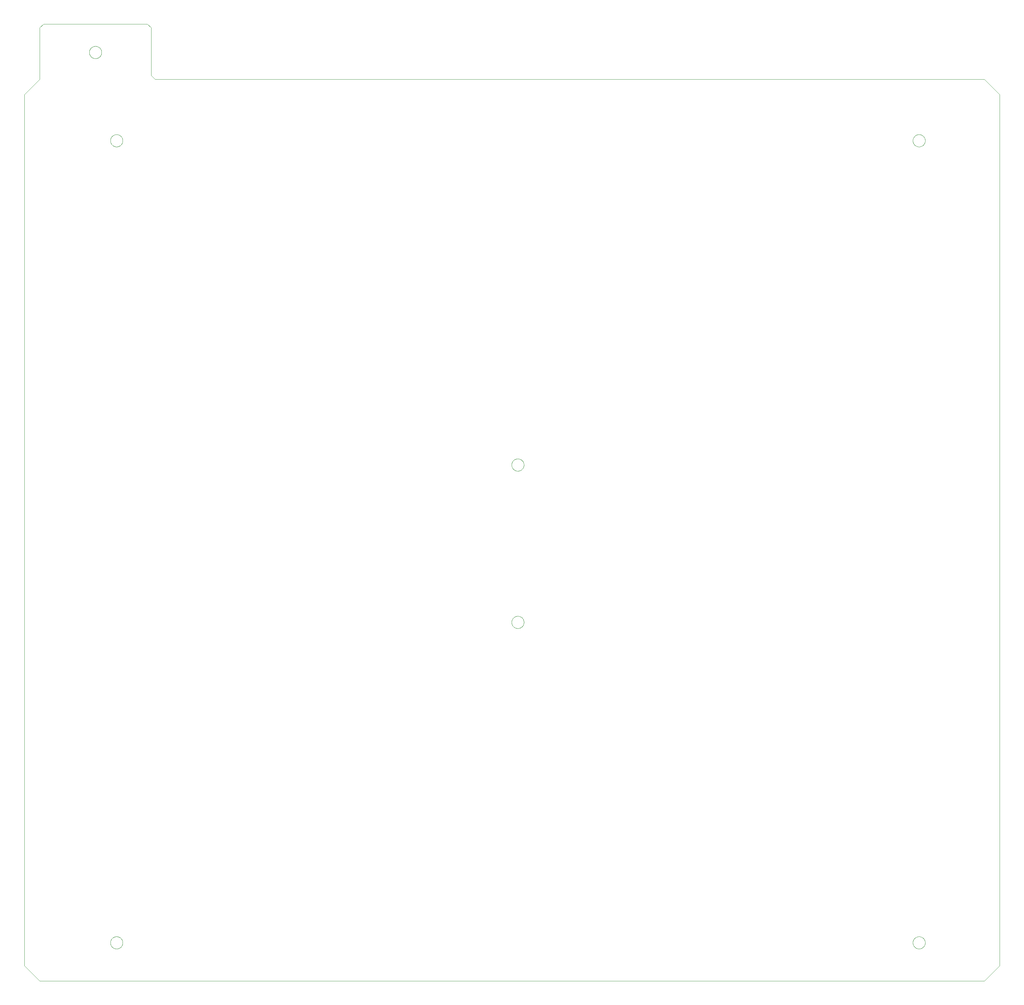
<source format=gko>
G75*
%MOIN*%
%OFA0B0*%
%FSLAX25Y25*%
%IPPOS*%
%LPD*%
%AMOC8*
5,1,8,0,0,1.08239X$1,22.5*
%
%ADD10C,0.00000*%
D10*
X0043304Y0053815D02*
X0059052Y0038067D01*
X1027556Y0038067D01*
X1043304Y0053815D01*
X1043304Y0947516D01*
X1027556Y0963264D01*
X0177162Y0963264D01*
X0173225Y0967201D01*
X0173225Y1016020D01*
X0169288Y1019957D01*
X0062989Y1019957D01*
X0059052Y1016020D01*
X0059052Y0963264D01*
X0043304Y0947516D01*
X0043304Y0053815D01*
X0131493Y0077437D02*
X0131495Y0077595D01*
X0131501Y0077753D01*
X0131511Y0077911D01*
X0131525Y0078069D01*
X0131543Y0078226D01*
X0131564Y0078383D01*
X0131590Y0078539D01*
X0131620Y0078695D01*
X0131653Y0078850D01*
X0131691Y0079003D01*
X0131732Y0079156D01*
X0131777Y0079308D01*
X0131826Y0079459D01*
X0131879Y0079608D01*
X0131935Y0079756D01*
X0131995Y0079902D01*
X0132059Y0080047D01*
X0132127Y0080190D01*
X0132198Y0080332D01*
X0132272Y0080472D01*
X0132350Y0080609D01*
X0132432Y0080745D01*
X0132516Y0080879D01*
X0132605Y0081010D01*
X0132696Y0081139D01*
X0132791Y0081266D01*
X0132888Y0081391D01*
X0132989Y0081513D01*
X0133093Y0081632D01*
X0133200Y0081749D01*
X0133310Y0081863D01*
X0133423Y0081974D01*
X0133538Y0082083D01*
X0133656Y0082188D01*
X0133777Y0082290D01*
X0133900Y0082390D01*
X0134026Y0082486D01*
X0134154Y0082579D01*
X0134284Y0082669D01*
X0134417Y0082755D01*
X0134552Y0082839D01*
X0134688Y0082918D01*
X0134827Y0082995D01*
X0134968Y0083067D01*
X0135110Y0083137D01*
X0135254Y0083202D01*
X0135400Y0083264D01*
X0135547Y0083322D01*
X0135696Y0083377D01*
X0135846Y0083428D01*
X0135997Y0083475D01*
X0136149Y0083518D01*
X0136302Y0083557D01*
X0136457Y0083593D01*
X0136612Y0083624D01*
X0136768Y0083652D01*
X0136924Y0083676D01*
X0137081Y0083696D01*
X0137239Y0083712D01*
X0137396Y0083724D01*
X0137555Y0083732D01*
X0137713Y0083736D01*
X0137871Y0083736D01*
X0138029Y0083732D01*
X0138188Y0083724D01*
X0138345Y0083712D01*
X0138503Y0083696D01*
X0138660Y0083676D01*
X0138816Y0083652D01*
X0138972Y0083624D01*
X0139127Y0083593D01*
X0139282Y0083557D01*
X0139435Y0083518D01*
X0139587Y0083475D01*
X0139738Y0083428D01*
X0139888Y0083377D01*
X0140037Y0083322D01*
X0140184Y0083264D01*
X0140330Y0083202D01*
X0140474Y0083137D01*
X0140616Y0083067D01*
X0140757Y0082995D01*
X0140896Y0082918D01*
X0141032Y0082839D01*
X0141167Y0082755D01*
X0141300Y0082669D01*
X0141430Y0082579D01*
X0141558Y0082486D01*
X0141684Y0082390D01*
X0141807Y0082290D01*
X0141928Y0082188D01*
X0142046Y0082083D01*
X0142161Y0081974D01*
X0142274Y0081863D01*
X0142384Y0081749D01*
X0142491Y0081632D01*
X0142595Y0081513D01*
X0142696Y0081391D01*
X0142793Y0081266D01*
X0142888Y0081139D01*
X0142979Y0081010D01*
X0143068Y0080879D01*
X0143152Y0080745D01*
X0143234Y0080609D01*
X0143312Y0080472D01*
X0143386Y0080332D01*
X0143457Y0080190D01*
X0143525Y0080047D01*
X0143589Y0079902D01*
X0143649Y0079756D01*
X0143705Y0079608D01*
X0143758Y0079459D01*
X0143807Y0079308D01*
X0143852Y0079156D01*
X0143893Y0079003D01*
X0143931Y0078850D01*
X0143964Y0078695D01*
X0143994Y0078539D01*
X0144020Y0078383D01*
X0144041Y0078226D01*
X0144059Y0078069D01*
X0144073Y0077911D01*
X0144083Y0077753D01*
X0144089Y0077595D01*
X0144091Y0077437D01*
X0144089Y0077279D01*
X0144083Y0077121D01*
X0144073Y0076963D01*
X0144059Y0076805D01*
X0144041Y0076648D01*
X0144020Y0076491D01*
X0143994Y0076335D01*
X0143964Y0076179D01*
X0143931Y0076024D01*
X0143893Y0075871D01*
X0143852Y0075718D01*
X0143807Y0075566D01*
X0143758Y0075415D01*
X0143705Y0075266D01*
X0143649Y0075118D01*
X0143589Y0074972D01*
X0143525Y0074827D01*
X0143457Y0074684D01*
X0143386Y0074542D01*
X0143312Y0074402D01*
X0143234Y0074265D01*
X0143152Y0074129D01*
X0143068Y0073995D01*
X0142979Y0073864D01*
X0142888Y0073735D01*
X0142793Y0073608D01*
X0142696Y0073483D01*
X0142595Y0073361D01*
X0142491Y0073242D01*
X0142384Y0073125D01*
X0142274Y0073011D01*
X0142161Y0072900D01*
X0142046Y0072791D01*
X0141928Y0072686D01*
X0141807Y0072584D01*
X0141684Y0072484D01*
X0141558Y0072388D01*
X0141430Y0072295D01*
X0141300Y0072205D01*
X0141167Y0072119D01*
X0141032Y0072035D01*
X0140896Y0071956D01*
X0140757Y0071879D01*
X0140616Y0071807D01*
X0140474Y0071737D01*
X0140330Y0071672D01*
X0140184Y0071610D01*
X0140037Y0071552D01*
X0139888Y0071497D01*
X0139738Y0071446D01*
X0139587Y0071399D01*
X0139435Y0071356D01*
X0139282Y0071317D01*
X0139127Y0071281D01*
X0138972Y0071250D01*
X0138816Y0071222D01*
X0138660Y0071198D01*
X0138503Y0071178D01*
X0138345Y0071162D01*
X0138188Y0071150D01*
X0138029Y0071142D01*
X0137871Y0071138D01*
X0137713Y0071138D01*
X0137555Y0071142D01*
X0137396Y0071150D01*
X0137239Y0071162D01*
X0137081Y0071178D01*
X0136924Y0071198D01*
X0136768Y0071222D01*
X0136612Y0071250D01*
X0136457Y0071281D01*
X0136302Y0071317D01*
X0136149Y0071356D01*
X0135997Y0071399D01*
X0135846Y0071446D01*
X0135696Y0071497D01*
X0135547Y0071552D01*
X0135400Y0071610D01*
X0135254Y0071672D01*
X0135110Y0071737D01*
X0134968Y0071807D01*
X0134827Y0071879D01*
X0134688Y0071956D01*
X0134552Y0072035D01*
X0134417Y0072119D01*
X0134284Y0072205D01*
X0134154Y0072295D01*
X0134026Y0072388D01*
X0133900Y0072484D01*
X0133777Y0072584D01*
X0133656Y0072686D01*
X0133538Y0072791D01*
X0133423Y0072900D01*
X0133310Y0073011D01*
X0133200Y0073125D01*
X0133093Y0073242D01*
X0132989Y0073361D01*
X0132888Y0073483D01*
X0132791Y0073608D01*
X0132696Y0073735D01*
X0132605Y0073864D01*
X0132516Y0073995D01*
X0132432Y0074129D01*
X0132350Y0074265D01*
X0132272Y0074402D01*
X0132198Y0074542D01*
X0132127Y0074684D01*
X0132059Y0074827D01*
X0131995Y0074972D01*
X0131935Y0075118D01*
X0131879Y0075266D01*
X0131826Y0075415D01*
X0131777Y0075566D01*
X0131732Y0075718D01*
X0131691Y0075871D01*
X0131653Y0076024D01*
X0131620Y0076179D01*
X0131590Y0076335D01*
X0131564Y0076491D01*
X0131543Y0076648D01*
X0131525Y0076805D01*
X0131511Y0076963D01*
X0131501Y0077121D01*
X0131495Y0077279D01*
X0131493Y0077437D01*
X0131495Y0077595D01*
X0131501Y0077753D01*
X0131511Y0077911D01*
X0131525Y0078069D01*
X0131543Y0078226D01*
X0131564Y0078383D01*
X0131590Y0078539D01*
X0131620Y0078695D01*
X0131653Y0078850D01*
X0131691Y0079003D01*
X0131732Y0079156D01*
X0131777Y0079308D01*
X0131826Y0079459D01*
X0131879Y0079608D01*
X0131935Y0079756D01*
X0131995Y0079902D01*
X0132059Y0080047D01*
X0132127Y0080190D01*
X0132198Y0080332D01*
X0132272Y0080472D01*
X0132350Y0080609D01*
X0132432Y0080745D01*
X0132516Y0080879D01*
X0132605Y0081010D01*
X0132696Y0081139D01*
X0132791Y0081266D01*
X0132888Y0081391D01*
X0132989Y0081513D01*
X0133093Y0081632D01*
X0133200Y0081749D01*
X0133310Y0081863D01*
X0133423Y0081974D01*
X0133538Y0082083D01*
X0133656Y0082188D01*
X0133777Y0082290D01*
X0133900Y0082390D01*
X0134026Y0082486D01*
X0134154Y0082579D01*
X0134284Y0082669D01*
X0134417Y0082755D01*
X0134552Y0082839D01*
X0134688Y0082918D01*
X0134827Y0082995D01*
X0134968Y0083067D01*
X0135110Y0083137D01*
X0135254Y0083202D01*
X0135400Y0083264D01*
X0135547Y0083322D01*
X0135696Y0083377D01*
X0135846Y0083428D01*
X0135997Y0083475D01*
X0136149Y0083518D01*
X0136302Y0083557D01*
X0136457Y0083593D01*
X0136612Y0083624D01*
X0136768Y0083652D01*
X0136924Y0083676D01*
X0137081Y0083696D01*
X0137239Y0083712D01*
X0137396Y0083724D01*
X0137555Y0083732D01*
X0137713Y0083736D01*
X0137871Y0083736D01*
X0138029Y0083732D01*
X0138188Y0083724D01*
X0138345Y0083712D01*
X0138503Y0083696D01*
X0138660Y0083676D01*
X0138816Y0083652D01*
X0138972Y0083624D01*
X0139127Y0083593D01*
X0139282Y0083557D01*
X0139435Y0083518D01*
X0139587Y0083475D01*
X0139738Y0083428D01*
X0139888Y0083377D01*
X0140037Y0083322D01*
X0140184Y0083264D01*
X0140330Y0083202D01*
X0140474Y0083137D01*
X0140616Y0083067D01*
X0140757Y0082995D01*
X0140896Y0082918D01*
X0141032Y0082839D01*
X0141167Y0082755D01*
X0141300Y0082669D01*
X0141430Y0082579D01*
X0141558Y0082486D01*
X0141684Y0082390D01*
X0141807Y0082290D01*
X0141928Y0082188D01*
X0142046Y0082083D01*
X0142161Y0081974D01*
X0142274Y0081863D01*
X0142384Y0081749D01*
X0142491Y0081632D01*
X0142595Y0081513D01*
X0142696Y0081391D01*
X0142793Y0081266D01*
X0142888Y0081139D01*
X0142979Y0081010D01*
X0143068Y0080879D01*
X0143152Y0080745D01*
X0143234Y0080609D01*
X0143312Y0080472D01*
X0143386Y0080332D01*
X0143457Y0080190D01*
X0143525Y0080047D01*
X0143589Y0079902D01*
X0143649Y0079756D01*
X0143705Y0079608D01*
X0143758Y0079459D01*
X0143807Y0079308D01*
X0143852Y0079156D01*
X0143893Y0079003D01*
X0143931Y0078850D01*
X0143964Y0078695D01*
X0143994Y0078539D01*
X0144020Y0078383D01*
X0144041Y0078226D01*
X0144059Y0078069D01*
X0144073Y0077911D01*
X0144083Y0077753D01*
X0144089Y0077595D01*
X0144091Y0077437D01*
X0144089Y0077279D01*
X0144083Y0077121D01*
X0144073Y0076963D01*
X0144059Y0076805D01*
X0144041Y0076648D01*
X0144020Y0076491D01*
X0143994Y0076335D01*
X0143964Y0076179D01*
X0143931Y0076024D01*
X0143893Y0075871D01*
X0143852Y0075718D01*
X0143807Y0075566D01*
X0143758Y0075415D01*
X0143705Y0075266D01*
X0143649Y0075118D01*
X0143589Y0074972D01*
X0143525Y0074827D01*
X0143457Y0074684D01*
X0143386Y0074542D01*
X0143312Y0074402D01*
X0143234Y0074265D01*
X0143152Y0074129D01*
X0143068Y0073995D01*
X0142979Y0073864D01*
X0142888Y0073735D01*
X0142793Y0073608D01*
X0142696Y0073483D01*
X0142595Y0073361D01*
X0142491Y0073242D01*
X0142384Y0073125D01*
X0142274Y0073011D01*
X0142161Y0072900D01*
X0142046Y0072791D01*
X0141928Y0072686D01*
X0141807Y0072584D01*
X0141684Y0072484D01*
X0141558Y0072388D01*
X0141430Y0072295D01*
X0141300Y0072205D01*
X0141167Y0072119D01*
X0141032Y0072035D01*
X0140896Y0071956D01*
X0140757Y0071879D01*
X0140616Y0071807D01*
X0140474Y0071737D01*
X0140330Y0071672D01*
X0140184Y0071610D01*
X0140037Y0071552D01*
X0139888Y0071497D01*
X0139738Y0071446D01*
X0139587Y0071399D01*
X0139435Y0071356D01*
X0139282Y0071317D01*
X0139127Y0071281D01*
X0138972Y0071250D01*
X0138816Y0071222D01*
X0138660Y0071198D01*
X0138503Y0071178D01*
X0138345Y0071162D01*
X0138188Y0071150D01*
X0138029Y0071142D01*
X0137871Y0071138D01*
X0137713Y0071138D01*
X0137555Y0071142D01*
X0137396Y0071150D01*
X0137239Y0071162D01*
X0137081Y0071178D01*
X0136924Y0071198D01*
X0136768Y0071222D01*
X0136612Y0071250D01*
X0136457Y0071281D01*
X0136302Y0071317D01*
X0136149Y0071356D01*
X0135997Y0071399D01*
X0135846Y0071446D01*
X0135696Y0071497D01*
X0135547Y0071552D01*
X0135400Y0071610D01*
X0135254Y0071672D01*
X0135110Y0071737D01*
X0134968Y0071807D01*
X0134827Y0071879D01*
X0134688Y0071956D01*
X0134552Y0072035D01*
X0134417Y0072119D01*
X0134284Y0072205D01*
X0134154Y0072295D01*
X0134026Y0072388D01*
X0133900Y0072484D01*
X0133777Y0072584D01*
X0133656Y0072686D01*
X0133538Y0072791D01*
X0133423Y0072900D01*
X0133310Y0073011D01*
X0133200Y0073125D01*
X0133093Y0073242D01*
X0132989Y0073361D01*
X0132888Y0073483D01*
X0132791Y0073608D01*
X0132696Y0073735D01*
X0132605Y0073864D01*
X0132516Y0073995D01*
X0132432Y0074129D01*
X0132350Y0074265D01*
X0132272Y0074402D01*
X0132198Y0074542D01*
X0132127Y0074684D01*
X0132059Y0074827D01*
X0131995Y0074972D01*
X0131935Y0075118D01*
X0131879Y0075266D01*
X0131826Y0075415D01*
X0131777Y0075566D01*
X0131732Y0075718D01*
X0131691Y0075871D01*
X0131653Y0076024D01*
X0131620Y0076179D01*
X0131590Y0076335D01*
X0131564Y0076491D01*
X0131543Y0076648D01*
X0131525Y0076805D01*
X0131511Y0076963D01*
X0131501Y0077121D01*
X0131495Y0077279D01*
X0131493Y0077437D01*
X0542910Y0406177D02*
X0542912Y0406335D01*
X0542918Y0406493D01*
X0542928Y0406651D01*
X0542942Y0406809D01*
X0542960Y0406966D01*
X0542981Y0407123D01*
X0543007Y0407279D01*
X0543037Y0407435D01*
X0543070Y0407590D01*
X0543108Y0407743D01*
X0543149Y0407896D01*
X0543194Y0408048D01*
X0543243Y0408199D01*
X0543296Y0408348D01*
X0543352Y0408496D01*
X0543412Y0408642D01*
X0543476Y0408787D01*
X0543544Y0408930D01*
X0543615Y0409072D01*
X0543689Y0409212D01*
X0543767Y0409349D01*
X0543849Y0409485D01*
X0543933Y0409619D01*
X0544022Y0409750D01*
X0544113Y0409879D01*
X0544208Y0410006D01*
X0544305Y0410131D01*
X0544406Y0410253D01*
X0544510Y0410372D01*
X0544617Y0410489D01*
X0544727Y0410603D01*
X0544840Y0410714D01*
X0544955Y0410823D01*
X0545073Y0410928D01*
X0545194Y0411030D01*
X0545317Y0411130D01*
X0545443Y0411226D01*
X0545571Y0411319D01*
X0545701Y0411409D01*
X0545834Y0411495D01*
X0545969Y0411579D01*
X0546105Y0411658D01*
X0546244Y0411735D01*
X0546385Y0411807D01*
X0546527Y0411877D01*
X0546671Y0411942D01*
X0546817Y0412004D01*
X0546964Y0412062D01*
X0547113Y0412117D01*
X0547263Y0412168D01*
X0547414Y0412215D01*
X0547566Y0412258D01*
X0547719Y0412297D01*
X0547874Y0412333D01*
X0548029Y0412364D01*
X0548185Y0412392D01*
X0548341Y0412416D01*
X0548498Y0412436D01*
X0548656Y0412452D01*
X0548813Y0412464D01*
X0548972Y0412472D01*
X0549130Y0412476D01*
X0549288Y0412476D01*
X0549446Y0412472D01*
X0549605Y0412464D01*
X0549762Y0412452D01*
X0549920Y0412436D01*
X0550077Y0412416D01*
X0550233Y0412392D01*
X0550389Y0412364D01*
X0550544Y0412333D01*
X0550699Y0412297D01*
X0550852Y0412258D01*
X0551004Y0412215D01*
X0551155Y0412168D01*
X0551305Y0412117D01*
X0551454Y0412062D01*
X0551601Y0412004D01*
X0551747Y0411942D01*
X0551891Y0411877D01*
X0552033Y0411807D01*
X0552174Y0411735D01*
X0552313Y0411658D01*
X0552449Y0411579D01*
X0552584Y0411495D01*
X0552717Y0411409D01*
X0552847Y0411319D01*
X0552975Y0411226D01*
X0553101Y0411130D01*
X0553224Y0411030D01*
X0553345Y0410928D01*
X0553463Y0410823D01*
X0553578Y0410714D01*
X0553691Y0410603D01*
X0553801Y0410489D01*
X0553908Y0410372D01*
X0554012Y0410253D01*
X0554113Y0410131D01*
X0554210Y0410006D01*
X0554305Y0409879D01*
X0554396Y0409750D01*
X0554485Y0409619D01*
X0554569Y0409485D01*
X0554651Y0409349D01*
X0554729Y0409212D01*
X0554803Y0409072D01*
X0554874Y0408930D01*
X0554942Y0408787D01*
X0555006Y0408642D01*
X0555066Y0408496D01*
X0555122Y0408348D01*
X0555175Y0408199D01*
X0555224Y0408048D01*
X0555269Y0407896D01*
X0555310Y0407743D01*
X0555348Y0407590D01*
X0555381Y0407435D01*
X0555411Y0407279D01*
X0555437Y0407123D01*
X0555458Y0406966D01*
X0555476Y0406809D01*
X0555490Y0406651D01*
X0555500Y0406493D01*
X0555506Y0406335D01*
X0555508Y0406177D01*
X0555506Y0406019D01*
X0555500Y0405861D01*
X0555490Y0405703D01*
X0555476Y0405545D01*
X0555458Y0405388D01*
X0555437Y0405231D01*
X0555411Y0405075D01*
X0555381Y0404919D01*
X0555348Y0404764D01*
X0555310Y0404611D01*
X0555269Y0404458D01*
X0555224Y0404306D01*
X0555175Y0404155D01*
X0555122Y0404006D01*
X0555066Y0403858D01*
X0555006Y0403712D01*
X0554942Y0403567D01*
X0554874Y0403424D01*
X0554803Y0403282D01*
X0554729Y0403142D01*
X0554651Y0403005D01*
X0554569Y0402869D01*
X0554485Y0402735D01*
X0554396Y0402604D01*
X0554305Y0402475D01*
X0554210Y0402348D01*
X0554113Y0402223D01*
X0554012Y0402101D01*
X0553908Y0401982D01*
X0553801Y0401865D01*
X0553691Y0401751D01*
X0553578Y0401640D01*
X0553463Y0401531D01*
X0553345Y0401426D01*
X0553224Y0401324D01*
X0553101Y0401224D01*
X0552975Y0401128D01*
X0552847Y0401035D01*
X0552717Y0400945D01*
X0552584Y0400859D01*
X0552449Y0400775D01*
X0552313Y0400696D01*
X0552174Y0400619D01*
X0552033Y0400547D01*
X0551891Y0400477D01*
X0551747Y0400412D01*
X0551601Y0400350D01*
X0551454Y0400292D01*
X0551305Y0400237D01*
X0551155Y0400186D01*
X0551004Y0400139D01*
X0550852Y0400096D01*
X0550699Y0400057D01*
X0550544Y0400021D01*
X0550389Y0399990D01*
X0550233Y0399962D01*
X0550077Y0399938D01*
X0549920Y0399918D01*
X0549762Y0399902D01*
X0549605Y0399890D01*
X0549446Y0399882D01*
X0549288Y0399878D01*
X0549130Y0399878D01*
X0548972Y0399882D01*
X0548813Y0399890D01*
X0548656Y0399902D01*
X0548498Y0399918D01*
X0548341Y0399938D01*
X0548185Y0399962D01*
X0548029Y0399990D01*
X0547874Y0400021D01*
X0547719Y0400057D01*
X0547566Y0400096D01*
X0547414Y0400139D01*
X0547263Y0400186D01*
X0547113Y0400237D01*
X0546964Y0400292D01*
X0546817Y0400350D01*
X0546671Y0400412D01*
X0546527Y0400477D01*
X0546385Y0400547D01*
X0546244Y0400619D01*
X0546105Y0400696D01*
X0545969Y0400775D01*
X0545834Y0400859D01*
X0545701Y0400945D01*
X0545571Y0401035D01*
X0545443Y0401128D01*
X0545317Y0401224D01*
X0545194Y0401324D01*
X0545073Y0401426D01*
X0544955Y0401531D01*
X0544840Y0401640D01*
X0544727Y0401751D01*
X0544617Y0401865D01*
X0544510Y0401982D01*
X0544406Y0402101D01*
X0544305Y0402223D01*
X0544208Y0402348D01*
X0544113Y0402475D01*
X0544022Y0402604D01*
X0543933Y0402735D01*
X0543849Y0402869D01*
X0543767Y0403005D01*
X0543689Y0403142D01*
X0543615Y0403282D01*
X0543544Y0403424D01*
X0543476Y0403567D01*
X0543412Y0403712D01*
X0543352Y0403858D01*
X0543296Y0404006D01*
X0543243Y0404155D01*
X0543194Y0404306D01*
X0543149Y0404458D01*
X0543108Y0404611D01*
X0543070Y0404764D01*
X0543037Y0404919D01*
X0543007Y0405075D01*
X0542981Y0405231D01*
X0542960Y0405388D01*
X0542942Y0405545D01*
X0542928Y0405703D01*
X0542918Y0405861D01*
X0542912Y0406019D01*
X0542910Y0406177D01*
X0542910Y0567594D02*
X0542912Y0567752D01*
X0542918Y0567910D01*
X0542928Y0568068D01*
X0542942Y0568226D01*
X0542960Y0568383D01*
X0542981Y0568540D01*
X0543007Y0568696D01*
X0543037Y0568852D01*
X0543070Y0569007D01*
X0543108Y0569160D01*
X0543149Y0569313D01*
X0543194Y0569465D01*
X0543243Y0569616D01*
X0543296Y0569765D01*
X0543352Y0569913D01*
X0543412Y0570059D01*
X0543476Y0570204D01*
X0543544Y0570347D01*
X0543615Y0570489D01*
X0543689Y0570629D01*
X0543767Y0570766D01*
X0543849Y0570902D01*
X0543933Y0571036D01*
X0544022Y0571167D01*
X0544113Y0571296D01*
X0544208Y0571423D01*
X0544305Y0571548D01*
X0544406Y0571670D01*
X0544510Y0571789D01*
X0544617Y0571906D01*
X0544727Y0572020D01*
X0544840Y0572131D01*
X0544955Y0572240D01*
X0545073Y0572345D01*
X0545194Y0572447D01*
X0545317Y0572547D01*
X0545443Y0572643D01*
X0545571Y0572736D01*
X0545701Y0572826D01*
X0545834Y0572912D01*
X0545969Y0572996D01*
X0546105Y0573075D01*
X0546244Y0573152D01*
X0546385Y0573224D01*
X0546527Y0573294D01*
X0546671Y0573359D01*
X0546817Y0573421D01*
X0546964Y0573479D01*
X0547113Y0573534D01*
X0547263Y0573585D01*
X0547414Y0573632D01*
X0547566Y0573675D01*
X0547719Y0573714D01*
X0547874Y0573750D01*
X0548029Y0573781D01*
X0548185Y0573809D01*
X0548341Y0573833D01*
X0548498Y0573853D01*
X0548656Y0573869D01*
X0548813Y0573881D01*
X0548972Y0573889D01*
X0549130Y0573893D01*
X0549288Y0573893D01*
X0549446Y0573889D01*
X0549605Y0573881D01*
X0549762Y0573869D01*
X0549920Y0573853D01*
X0550077Y0573833D01*
X0550233Y0573809D01*
X0550389Y0573781D01*
X0550544Y0573750D01*
X0550699Y0573714D01*
X0550852Y0573675D01*
X0551004Y0573632D01*
X0551155Y0573585D01*
X0551305Y0573534D01*
X0551454Y0573479D01*
X0551601Y0573421D01*
X0551747Y0573359D01*
X0551891Y0573294D01*
X0552033Y0573224D01*
X0552174Y0573152D01*
X0552313Y0573075D01*
X0552449Y0572996D01*
X0552584Y0572912D01*
X0552717Y0572826D01*
X0552847Y0572736D01*
X0552975Y0572643D01*
X0553101Y0572547D01*
X0553224Y0572447D01*
X0553345Y0572345D01*
X0553463Y0572240D01*
X0553578Y0572131D01*
X0553691Y0572020D01*
X0553801Y0571906D01*
X0553908Y0571789D01*
X0554012Y0571670D01*
X0554113Y0571548D01*
X0554210Y0571423D01*
X0554305Y0571296D01*
X0554396Y0571167D01*
X0554485Y0571036D01*
X0554569Y0570902D01*
X0554651Y0570766D01*
X0554729Y0570629D01*
X0554803Y0570489D01*
X0554874Y0570347D01*
X0554942Y0570204D01*
X0555006Y0570059D01*
X0555066Y0569913D01*
X0555122Y0569765D01*
X0555175Y0569616D01*
X0555224Y0569465D01*
X0555269Y0569313D01*
X0555310Y0569160D01*
X0555348Y0569007D01*
X0555381Y0568852D01*
X0555411Y0568696D01*
X0555437Y0568540D01*
X0555458Y0568383D01*
X0555476Y0568226D01*
X0555490Y0568068D01*
X0555500Y0567910D01*
X0555506Y0567752D01*
X0555508Y0567594D01*
X0555506Y0567436D01*
X0555500Y0567278D01*
X0555490Y0567120D01*
X0555476Y0566962D01*
X0555458Y0566805D01*
X0555437Y0566648D01*
X0555411Y0566492D01*
X0555381Y0566336D01*
X0555348Y0566181D01*
X0555310Y0566028D01*
X0555269Y0565875D01*
X0555224Y0565723D01*
X0555175Y0565572D01*
X0555122Y0565423D01*
X0555066Y0565275D01*
X0555006Y0565129D01*
X0554942Y0564984D01*
X0554874Y0564841D01*
X0554803Y0564699D01*
X0554729Y0564559D01*
X0554651Y0564422D01*
X0554569Y0564286D01*
X0554485Y0564152D01*
X0554396Y0564021D01*
X0554305Y0563892D01*
X0554210Y0563765D01*
X0554113Y0563640D01*
X0554012Y0563518D01*
X0553908Y0563399D01*
X0553801Y0563282D01*
X0553691Y0563168D01*
X0553578Y0563057D01*
X0553463Y0562948D01*
X0553345Y0562843D01*
X0553224Y0562741D01*
X0553101Y0562641D01*
X0552975Y0562545D01*
X0552847Y0562452D01*
X0552717Y0562362D01*
X0552584Y0562276D01*
X0552449Y0562192D01*
X0552313Y0562113D01*
X0552174Y0562036D01*
X0552033Y0561964D01*
X0551891Y0561894D01*
X0551747Y0561829D01*
X0551601Y0561767D01*
X0551454Y0561709D01*
X0551305Y0561654D01*
X0551155Y0561603D01*
X0551004Y0561556D01*
X0550852Y0561513D01*
X0550699Y0561474D01*
X0550544Y0561438D01*
X0550389Y0561407D01*
X0550233Y0561379D01*
X0550077Y0561355D01*
X0549920Y0561335D01*
X0549762Y0561319D01*
X0549605Y0561307D01*
X0549446Y0561299D01*
X0549288Y0561295D01*
X0549130Y0561295D01*
X0548972Y0561299D01*
X0548813Y0561307D01*
X0548656Y0561319D01*
X0548498Y0561335D01*
X0548341Y0561355D01*
X0548185Y0561379D01*
X0548029Y0561407D01*
X0547874Y0561438D01*
X0547719Y0561474D01*
X0547566Y0561513D01*
X0547414Y0561556D01*
X0547263Y0561603D01*
X0547113Y0561654D01*
X0546964Y0561709D01*
X0546817Y0561767D01*
X0546671Y0561829D01*
X0546527Y0561894D01*
X0546385Y0561964D01*
X0546244Y0562036D01*
X0546105Y0562113D01*
X0545969Y0562192D01*
X0545834Y0562276D01*
X0545701Y0562362D01*
X0545571Y0562452D01*
X0545443Y0562545D01*
X0545317Y0562641D01*
X0545194Y0562741D01*
X0545073Y0562843D01*
X0544955Y0562948D01*
X0544840Y0563057D01*
X0544727Y0563168D01*
X0544617Y0563282D01*
X0544510Y0563399D01*
X0544406Y0563518D01*
X0544305Y0563640D01*
X0544208Y0563765D01*
X0544113Y0563892D01*
X0544022Y0564021D01*
X0543933Y0564152D01*
X0543849Y0564286D01*
X0543767Y0564422D01*
X0543689Y0564559D01*
X0543615Y0564699D01*
X0543544Y0564841D01*
X0543476Y0564984D01*
X0543412Y0565129D01*
X0543352Y0565275D01*
X0543296Y0565423D01*
X0543243Y0565572D01*
X0543194Y0565723D01*
X0543149Y0565875D01*
X0543108Y0566028D01*
X0543070Y0566181D01*
X0543037Y0566336D01*
X0543007Y0566492D01*
X0542981Y0566648D01*
X0542960Y0566805D01*
X0542942Y0566962D01*
X0542928Y0567120D01*
X0542918Y0567278D01*
X0542912Y0567436D01*
X0542910Y0567594D01*
X0131493Y0900272D02*
X0131495Y0900430D01*
X0131501Y0900588D01*
X0131511Y0900746D01*
X0131525Y0900904D01*
X0131543Y0901061D01*
X0131564Y0901218D01*
X0131590Y0901374D01*
X0131620Y0901530D01*
X0131653Y0901685D01*
X0131691Y0901838D01*
X0131732Y0901991D01*
X0131777Y0902143D01*
X0131826Y0902294D01*
X0131879Y0902443D01*
X0131935Y0902591D01*
X0131995Y0902737D01*
X0132059Y0902882D01*
X0132127Y0903025D01*
X0132198Y0903167D01*
X0132272Y0903307D01*
X0132350Y0903444D01*
X0132432Y0903580D01*
X0132516Y0903714D01*
X0132605Y0903845D01*
X0132696Y0903974D01*
X0132791Y0904101D01*
X0132888Y0904226D01*
X0132989Y0904348D01*
X0133093Y0904467D01*
X0133200Y0904584D01*
X0133310Y0904698D01*
X0133423Y0904809D01*
X0133538Y0904918D01*
X0133656Y0905023D01*
X0133777Y0905125D01*
X0133900Y0905225D01*
X0134026Y0905321D01*
X0134154Y0905414D01*
X0134284Y0905504D01*
X0134417Y0905590D01*
X0134552Y0905674D01*
X0134688Y0905753D01*
X0134827Y0905830D01*
X0134968Y0905902D01*
X0135110Y0905972D01*
X0135254Y0906037D01*
X0135400Y0906099D01*
X0135547Y0906157D01*
X0135696Y0906212D01*
X0135846Y0906263D01*
X0135997Y0906310D01*
X0136149Y0906353D01*
X0136302Y0906392D01*
X0136457Y0906428D01*
X0136612Y0906459D01*
X0136768Y0906487D01*
X0136924Y0906511D01*
X0137081Y0906531D01*
X0137239Y0906547D01*
X0137396Y0906559D01*
X0137555Y0906567D01*
X0137713Y0906571D01*
X0137871Y0906571D01*
X0138029Y0906567D01*
X0138188Y0906559D01*
X0138345Y0906547D01*
X0138503Y0906531D01*
X0138660Y0906511D01*
X0138816Y0906487D01*
X0138972Y0906459D01*
X0139127Y0906428D01*
X0139282Y0906392D01*
X0139435Y0906353D01*
X0139587Y0906310D01*
X0139738Y0906263D01*
X0139888Y0906212D01*
X0140037Y0906157D01*
X0140184Y0906099D01*
X0140330Y0906037D01*
X0140474Y0905972D01*
X0140616Y0905902D01*
X0140757Y0905830D01*
X0140896Y0905753D01*
X0141032Y0905674D01*
X0141167Y0905590D01*
X0141300Y0905504D01*
X0141430Y0905414D01*
X0141558Y0905321D01*
X0141684Y0905225D01*
X0141807Y0905125D01*
X0141928Y0905023D01*
X0142046Y0904918D01*
X0142161Y0904809D01*
X0142274Y0904698D01*
X0142384Y0904584D01*
X0142491Y0904467D01*
X0142595Y0904348D01*
X0142696Y0904226D01*
X0142793Y0904101D01*
X0142888Y0903974D01*
X0142979Y0903845D01*
X0143068Y0903714D01*
X0143152Y0903580D01*
X0143234Y0903444D01*
X0143312Y0903307D01*
X0143386Y0903167D01*
X0143457Y0903025D01*
X0143525Y0902882D01*
X0143589Y0902737D01*
X0143649Y0902591D01*
X0143705Y0902443D01*
X0143758Y0902294D01*
X0143807Y0902143D01*
X0143852Y0901991D01*
X0143893Y0901838D01*
X0143931Y0901685D01*
X0143964Y0901530D01*
X0143994Y0901374D01*
X0144020Y0901218D01*
X0144041Y0901061D01*
X0144059Y0900904D01*
X0144073Y0900746D01*
X0144083Y0900588D01*
X0144089Y0900430D01*
X0144091Y0900272D01*
X0144089Y0900114D01*
X0144083Y0899956D01*
X0144073Y0899798D01*
X0144059Y0899640D01*
X0144041Y0899483D01*
X0144020Y0899326D01*
X0143994Y0899170D01*
X0143964Y0899014D01*
X0143931Y0898859D01*
X0143893Y0898706D01*
X0143852Y0898553D01*
X0143807Y0898401D01*
X0143758Y0898250D01*
X0143705Y0898101D01*
X0143649Y0897953D01*
X0143589Y0897807D01*
X0143525Y0897662D01*
X0143457Y0897519D01*
X0143386Y0897377D01*
X0143312Y0897237D01*
X0143234Y0897100D01*
X0143152Y0896964D01*
X0143068Y0896830D01*
X0142979Y0896699D01*
X0142888Y0896570D01*
X0142793Y0896443D01*
X0142696Y0896318D01*
X0142595Y0896196D01*
X0142491Y0896077D01*
X0142384Y0895960D01*
X0142274Y0895846D01*
X0142161Y0895735D01*
X0142046Y0895626D01*
X0141928Y0895521D01*
X0141807Y0895419D01*
X0141684Y0895319D01*
X0141558Y0895223D01*
X0141430Y0895130D01*
X0141300Y0895040D01*
X0141167Y0894954D01*
X0141032Y0894870D01*
X0140896Y0894791D01*
X0140757Y0894714D01*
X0140616Y0894642D01*
X0140474Y0894572D01*
X0140330Y0894507D01*
X0140184Y0894445D01*
X0140037Y0894387D01*
X0139888Y0894332D01*
X0139738Y0894281D01*
X0139587Y0894234D01*
X0139435Y0894191D01*
X0139282Y0894152D01*
X0139127Y0894116D01*
X0138972Y0894085D01*
X0138816Y0894057D01*
X0138660Y0894033D01*
X0138503Y0894013D01*
X0138345Y0893997D01*
X0138188Y0893985D01*
X0138029Y0893977D01*
X0137871Y0893973D01*
X0137713Y0893973D01*
X0137555Y0893977D01*
X0137396Y0893985D01*
X0137239Y0893997D01*
X0137081Y0894013D01*
X0136924Y0894033D01*
X0136768Y0894057D01*
X0136612Y0894085D01*
X0136457Y0894116D01*
X0136302Y0894152D01*
X0136149Y0894191D01*
X0135997Y0894234D01*
X0135846Y0894281D01*
X0135696Y0894332D01*
X0135547Y0894387D01*
X0135400Y0894445D01*
X0135254Y0894507D01*
X0135110Y0894572D01*
X0134968Y0894642D01*
X0134827Y0894714D01*
X0134688Y0894791D01*
X0134552Y0894870D01*
X0134417Y0894954D01*
X0134284Y0895040D01*
X0134154Y0895130D01*
X0134026Y0895223D01*
X0133900Y0895319D01*
X0133777Y0895419D01*
X0133656Y0895521D01*
X0133538Y0895626D01*
X0133423Y0895735D01*
X0133310Y0895846D01*
X0133200Y0895960D01*
X0133093Y0896077D01*
X0132989Y0896196D01*
X0132888Y0896318D01*
X0132791Y0896443D01*
X0132696Y0896570D01*
X0132605Y0896699D01*
X0132516Y0896830D01*
X0132432Y0896964D01*
X0132350Y0897100D01*
X0132272Y0897237D01*
X0132198Y0897377D01*
X0132127Y0897519D01*
X0132059Y0897662D01*
X0131995Y0897807D01*
X0131935Y0897953D01*
X0131879Y0898101D01*
X0131826Y0898250D01*
X0131777Y0898401D01*
X0131732Y0898553D01*
X0131691Y0898706D01*
X0131653Y0898859D01*
X0131620Y0899014D01*
X0131590Y0899170D01*
X0131564Y0899326D01*
X0131543Y0899483D01*
X0131525Y0899640D01*
X0131511Y0899798D01*
X0131501Y0899956D01*
X0131495Y0900114D01*
X0131493Y0900272D01*
X0131495Y0900430D01*
X0131501Y0900588D01*
X0131511Y0900746D01*
X0131525Y0900904D01*
X0131543Y0901061D01*
X0131564Y0901218D01*
X0131590Y0901374D01*
X0131620Y0901530D01*
X0131653Y0901685D01*
X0131691Y0901838D01*
X0131732Y0901991D01*
X0131777Y0902143D01*
X0131826Y0902294D01*
X0131879Y0902443D01*
X0131935Y0902591D01*
X0131995Y0902737D01*
X0132059Y0902882D01*
X0132127Y0903025D01*
X0132198Y0903167D01*
X0132272Y0903307D01*
X0132350Y0903444D01*
X0132432Y0903580D01*
X0132516Y0903714D01*
X0132605Y0903845D01*
X0132696Y0903974D01*
X0132791Y0904101D01*
X0132888Y0904226D01*
X0132989Y0904348D01*
X0133093Y0904467D01*
X0133200Y0904584D01*
X0133310Y0904698D01*
X0133423Y0904809D01*
X0133538Y0904918D01*
X0133656Y0905023D01*
X0133777Y0905125D01*
X0133900Y0905225D01*
X0134026Y0905321D01*
X0134154Y0905414D01*
X0134284Y0905504D01*
X0134417Y0905590D01*
X0134552Y0905674D01*
X0134688Y0905753D01*
X0134827Y0905830D01*
X0134968Y0905902D01*
X0135110Y0905972D01*
X0135254Y0906037D01*
X0135400Y0906099D01*
X0135547Y0906157D01*
X0135696Y0906212D01*
X0135846Y0906263D01*
X0135997Y0906310D01*
X0136149Y0906353D01*
X0136302Y0906392D01*
X0136457Y0906428D01*
X0136612Y0906459D01*
X0136768Y0906487D01*
X0136924Y0906511D01*
X0137081Y0906531D01*
X0137239Y0906547D01*
X0137396Y0906559D01*
X0137555Y0906567D01*
X0137713Y0906571D01*
X0137871Y0906571D01*
X0138029Y0906567D01*
X0138188Y0906559D01*
X0138345Y0906547D01*
X0138503Y0906531D01*
X0138660Y0906511D01*
X0138816Y0906487D01*
X0138972Y0906459D01*
X0139127Y0906428D01*
X0139282Y0906392D01*
X0139435Y0906353D01*
X0139587Y0906310D01*
X0139738Y0906263D01*
X0139888Y0906212D01*
X0140037Y0906157D01*
X0140184Y0906099D01*
X0140330Y0906037D01*
X0140474Y0905972D01*
X0140616Y0905902D01*
X0140757Y0905830D01*
X0140896Y0905753D01*
X0141032Y0905674D01*
X0141167Y0905590D01*
X0141300Y0905504D01*
X0141430Y0905414D01*
X0141558Y0905321D01*
X0141684Y0905225D01*
X0141807Y0905125D01*
X0141928Y0905023D01*
X0142046Y0904918D01*
X0142161Y0904809D01*
X0142274Y0904698D01*
X0142384Y0904584D01*
X0142491Y0904467D01*
X0142595Y0904348D01*
X0142696Y0904226D01*
X0142793Y0904101D01*
X0142888Y0903974D01*
X0142979Y0903845D01*
X0143068Y0903714D01*
X0143152Y0903580D01*
X0143234Y0903444D01*
X0143312Y0903307D01*
X0143386Y0903167D01*
X0143457Y0903025D01*
X0143525Y0902882D01*
X0143589Y0902737D01*
X0143649Y0902591D01*
X0143705Y0902443D01*
X0143758Y0902294D01*
X0143807Y0902143D01*
X0143852Y0901991D01*
X0143893Y0901838D01*
X0143931Y0901685D01*
X0143964Y0901530D01*
X0143994Y0901374D01*
X0144020Y0901218D01*
X0144041Y0901061D01*
X0144059Y0900904D01*
X0144073Y0900746D01*
X0144083Y0900588D01*
X0144089Y0900430D01*
X0144091Y0900272D01*
X0144089Y0900114D01*
X0144083Y0899956D01*
X0144073Y0899798D01*
X0144059Y0899640D01*
X0144041Y0899483D01*
X0144020Y0899326D01*
X0143994Y0899170D01*
X0143964Y0899014D01*
X0143931Y0898859D01*
X0143893Y0898706D01*
X0143852Y0898553D01*
X0143807Y0898401D01*
X0143758Y0898250D01*
X0143705Y0898101D01*
X0143649Y0897953D01*
X0143589Y0897807D01*
X0143525Y0897662D01*
X0143457Y0897519D01*
X0143386Y0897377D01*
X0143312Y0897237D01*
X0143234Y0897100D01*
X0143152Y0896964D01*
X0143068Y0896830D01*
X0142979Y0896699D01*
X0142888Y0896570D01*
X0142793Y0896443D01*
X0142696Y0896318D01*
X0142595Y0896196D01*
X0142491Y0896077D01*
X0142384Y0895960D01*
X0142274Y0895846D01*
X0142161Y0895735D01*
X0142046Y0895626D01*
X0141928Y0895521D01*
X0141807Y0895419D01*
X0141684Y0895319D01*
X0141558Y0895223D01*
X0141430Y0895130D01*
X0141300Y0895040D01*
X0141167Y0894954D01*
X0141032Y0894870D01*
X0140896Y0894791D01*
X0140757Y0894714D01*
X0140616Y0894642D01*
X0140474Y0894572D01*
X0140330Y0894507D01*
X0140184Y0894445D01*
X0140037Y0894387D01*
X0139888Y0894332D01*
X0139738Y0894281D01*
X0139587Y0894234D01*
X0139435Y0894191D01*
X0139282Y0894152D01*
X0139127Y0894116D01*
X0138972Y0894085D01*
X0138816Y0894057D01*
X0138660Y0894033D01*
X0138503Y0894013D01*
X0138345Y0893997D01*
X0138188Y0893985D01*
X0138029Y0893977D01*
X0137871Y0893973D01*
X0137713Y0893973D01*
X0137555Y0893977D01*
X0137396Y0893985D01*
X0137239Y0893997D01*
X0137081Y0894013D01*
X0136924Y0894033D01*
X0136768Y0894057D01*
X0136612Y0894085D01*
X0136457Y0894116D01*
X0136302Y0894152D01*
X0136149Y0894191D01*
X0135997Y0894234D01*
X0135846Y0894281D01*
X0135696Y0894332D01*
X0135547Y0894387D01*
X0135400Y0894445D01*
X0135254Y0894507D01*
X0135110Y0894572D01*
X0134968Y0894642D01*
X0134827Y0894714D01*
X0134688Y0894791D01*
X0134552Y0894870D01*
X0134417Y0894954D01*
X0134284Y0895040D01*
X0134154Y0895130D01*
X0134026Y0895223D01*
X0133900Y0895319D01*
X0133777Y0895419D01*
X0133656Y0895521D01*
X0133538Y0895626D01*
X0133423Y0895735D01*
X0133310Y0895846D01*
X0133200Y0895960D01*
X0133093Y0896077D01*
X0132989Y0896196D01*
X0132888Y0896318D01*
X0132791Y0896443D01*
X0132696Y0896570D01*
X0132605Y0896699D01*
X0132516Y0896830D01*
X0132432Y0896964D01*
X0132350Y0897100D01*
X0132272Y0897237D01*
X0132198Y0897377D01*
X0132127Y0897519D01*
X0132059Y0897662D01*
X0131995Y0897807D01*
X0131935Y0897953D01*
X0131879Y0898101D01*
X0131826Y0898250D01*
X0131777Y0898401D01*
X0131732Y0898553D01*
X0131691Y0898706D01*
X0131653Y0898859D01*
X0131620Y0899014D01*
X0131590Y0899170D01*
X0131564Y0899326D01*
X0131543Y0899483D01*
X0131525Y0899640D01*
X0131511Y0899798D01*
X0131501Y0899956D01*
X0131495Y0900114D01*
X0131493Y0900272D01*
X0109839Y0990823D02*
X0109841Y0990981D01*
X0109847Y0991139D01*
X0109857Y0991297D01*
X0109871Y0991455D01*
X0109889Y0991612D01*
X0109910Y0991769D01*
X0109936Y0991925D01*
X0109966Y0992081D01*
X0109999Y0992236D01*
X0110037Y0992389D01*
X0110078Y0992542D01*
X0110123Y0992694D01*
X0110172Y0992845D01*
X0110225Y0992994D01*
X0110281Y0993142D01*
X0110341Y0993288D01*
X0110405Y0993433D01*
X0110473Y0993576D01*
X0110544Y0993718D01*
X0110618Y0993858D01*
X0110696Y0993995D01*
X0110778Y0994131D01*
X0110862Y0994265D01*
X0110951Y0994396D01*
X0111042Y0994525D01*
X0111137Y0994652D01*
X0111234Y0994777D01*
X0111335Y0994899D01*
X0111439Y0995018D01*
X0111546Y0995135D01*
X0111656Y0995249D01*
X0111769Y0995360D01*
X0111884Y0995469D01*
X0112002Y0995574D01*
X0112123Y0995676D01*
X0112246Y0995776D01*
X0112372Y0995872D01*
X0112500Y0995965D01*
X0112630Y0996055D01*
X0112763Y0996141D01*
X0112898Y0996225D01*
X0113034Y0996304D01*
X0113173Y0996381D01*
X0113314Y0996453D01*
X0113456Y0996523D01*
X0113600Y0996588D01*
X0113746Y0996650D01*
X0113893Y0996708D01*
X0114042Y0996763D01*
X0114192Y0996814D01*
X0114343Y0996861D01*
X0114495Y0996904D01*
X0114648Y0996943D01*
X0114803Y0996979D01*
X0114958Y0997010D01*
X0115114Y0997038D01*
X0115270Y0997062D01*
X0115427Y0997082D01*
X0115585Y0997098D01*
X0115742Y0997110D01*
X0115901Y0997118D01*
X0116059Y0997122D01*
X0116217Y0997122D01*
X0116375Y0997118D01*
X0116534Y0997110D01*
X0116691Y0997098D01*
X0116849Y0997082D01*
X0117006Y0997062D01*
X0117162Y0997038D01*
X0117318Y0997010D01*
X0117473Y0996979D01*
X0117628Y0996943D01*
X0117781Y0996904D01*
X0117933Y0996861D01*
X0118084Y0996814D01*
X0118234Y0996763D01*
X0118383Y0996708D01*
X0118530Y0996650D01*
X0118676Y0996588D01*
X0118820Y0996523D01*
X0118962Y0996453D01*
X0119103Y0996381D01*
X0119242Y0996304D01*
X0119378Y0996225D01*
X0119513Y0996141D01*
X0119646Y0996055D01*
X0119776Y0995965D01*
X0119904Y0995872D01*
X0120030Y0995776D01*
X0120153Y0995676D01*
X0120274Y0995574D01*
X0120392Y0995469D01*
X0120507Y0995360D01*
X0120620Y0995249D01*
X0120730Y0995135D01*
X0120837Y0995018D01*
X0120941Y0994899D01*
X0121042Y0994777D01*
X0121139Y0994652D01*
X0121234Y0994525D01*
X0121325Y0994396D01*
X0121414Y0994265D01*
X0121498Y0994131D01*
X0121580Y0993995D01*
X0121658Y0993858D01*
X0121732Y0993718D01*
X0121803Y0993576D01*
X0121871Y0993433D01*
X0121935Y0993288D01*
X0121995Y0993142D01*
X0122051Y0992994D01*
X0122104Y0992845D01*
X0122153Y0992694D01*
X0122198Y0992542D01*
X0122239Y0992389D01*
X0122277Y0992236D01*
X0122310Y0992081D01*
X0122340Y0991925D01*
X0122366Y0991769D01*
X0122387Y0991612D01*
X0122405Y0991455D01*
X0122419Y0991297D01*
X0122429Y0991139D01*
X0122435Y0990981D01*
X0122437Y0990823D01*
X0122435Y0990665D01*
X0122429Y0990507D01*
X0122419Y0990349D01*
X0122405Y0990191D01*
X0122387Y0990034D01*
X0122366Y0989877D01*
X0122340Y0989721D01*
X0122310Y0989565D01*
X0122277Y0989410D01*
X0122239Y0989257D01*
X0122198Y0989104D01*
X0122153Y0988952D01*
X0122104Y0988801D01*
X0122051Y0988652D01*
X0121995Y0988504D01*
X0121935Y0988358D01*
X0121871Y0988213D01*
X0121803Y0988070D01*
X0121732Y0987928D01*
X0121658Y0987788D01*
X0121580Y0987651D01*
X0121498Y0987515D01*
X0121414Y0987381D01*
X0121325Y0987250D01*
X0121234Y0987121D01*
X0121139Y0986994D01*
X0121042Y0986869D01*
X0120941Y0986747D01*
X0120837Y0986628D01*
X0120730Y0986511D01*
X0120620Y0986397D01*
X0120507Y0986286D01*
X0120392Y0986177D01*
X0120274Y0986072D01*
X0120153Y0985970D01*
X0120030Y0985870D01*
X0119904Y0985774D01*
X0119776Y0985681D01*
X0119646Y0985591D01*
X0119513Y0985505D01*
X0119378Y0985421D01*
X0119242Y0985342D01*
X0119103Y0985265D01*
X0118962Y0985193D01*
X0118820Y0985123D01*
X0118676Y0985058D01*
X0118530Y0984996D01*
X0118383Y0984938D01*
X0118234Y0984883D01*
X0118084Y0984832D01*
X0117933Y0984785D01*
X0117781Y0984742D01*
X0117628Y0984703D01*
X0117473Y0984667D01*
X0117318Y0984636D01*
X0117162Y0984608D01*
X0117006Y0984584D01*
X0116849Y0984564D01*
X0116691Y0984548D01*
X0116534Y0984536D01*
X0116375Y0984528D01*
X0116217Y0984524D01*
X0116059Y0984524D01*
X0115901Y0984528D01*
X0115742Y0984536D01*
X0115585Y0984548D01*
X0115427Y0984564D01*
X0115270Y0984584D01*
X0115114Y0984608D01*
X0114958Y0984636D01*
X0114803Y0984667D01*
X0114648Y0984703D01*
X0114495Y0984742D01*
X0114343Y0984785D01*
X0114192Y0984832D01*
X0114042Y0984883D01*
X0113893Y0984938D01*
X0113746Y0984996D01*
X0113600Y0985058D01*
X0113456Y0985123D01*
X0113314Y0985193D01*
X0113173Y0985265D01*
X0113034Y0985342D01*
X0112898Y0985421D01*
X0112763Y0985505D01*
X0112630Y0985591D01*
X0112500Y0985681D01*
X0112372Y0985774D01*
X0112246Y0985870D01*
X0112123Y0985970D01*
X0112002Y0986072D01*
X0111884Y0986177D01*
X0111769Y0986286D01*
X0111656Y0986397D01*
X0111546Y0986511D01*
X0111439Y0986628D01*
X0111335Y0986747D01*
X0111234Y0986869D01*
X0111137Y0986994D01*
X0111042Y0987121D01*
X0110951Y0987250D01*
X0110862Y0987381D01*
X0110778Y0987515D01*
X0110696Y0987651D01*
X0110618Y0987788D01*
X0110544Y0987928D01*
X0110473Y0988070D01*
X0110405Y0988213D01*
X0110341Y0988358D01*
X0110281Y0988504D01*
X0110225Y0988652D01*
X0110172Y0988801D01*
X0110123Y0988952D01*
X0110078Y0989104D01*
X0110037Y0989257D01*
X0109999Y0989410D01*
X0109966Y0989565D01*
X0109936Y0989721D01*
X0109910Y0989877D01*
X0109889Y0990034D01*
X0109871Y0990191D01*
X0109857Y0990349D01*
X0109847Y0990507D01*
X0109841Y0990665D01*
X0109839Y0990823D01*
X0954328Y0900272D02*
X0954330Y0900430D01*
X0954336Y0900588D01*
X0954346Y0900746D01*
X0954360Y0900904D01*
X0954378Y0901061D01*
X0954399Y0901218D01*
X0954425Y0901374D01*
X0954455Y0901530D01*
X0954488Y0901685D01*
X0954526Y0901838D01*
X0954567Y0901991D01*
X0954612Y0902143D01*
X0954661Y0902294D01*
X0954714Y0902443D01*
X0954770Y0902591D01*
X0954830Y0902737D01*
X0954894Y0902882D01*
X0954962Y0903025D01*
X0955033Y0903167D01*
X0955107Y0903307D01*
X0955185Y0903444D01*
X0955267Y0903580D01*
X0955351Y0903714D01*
X0955440Y0903845D01*
X0955531Y0903974D01*
X0955626Y0904101D01*
X0955723Y0904226D01*
X0955824Y0904348D01*
X0955928Y0904467D01*
X0956035Y0904584D01*
X0956145Y0904698D01*
X0956258Y0904809D01*
X0956373Y0904918D01*
X0956491Y0905023D01*
X0956612Y0905125D01*
X0956735Y0905225D01*
X0956861Y0905321D01*
X0956989Y0905414D01*
X0957119Y0905504D01*
X0957252Y0905590D01*
X0957387Y0905674D01*
X0957523Y0905753D01*
X0957662Y0905830D01*
X0957803Y0905902D01*
X0957945Y0905972D01*
X0958089Y0906037D01*
X0958235Y0906099D01*
X0958382Y0906157D01*
X0958531Y0906212D01*
X0958681Y0906263D01*
X0958832Y0906310D01*
X0958984Y0906353D01*
X0959137Y0906392D01*
X0959292Y0906428D01*
X0959447Y0906459D01*
X0959603Y0906487D01*
X0959759Y0906511D01*
X0959916Y0906531D01*
X0960074Y0906547D01*
X0960231Y0906559D01*
X0960390Y0906567D01*
X0960548Y0906571D01*
X0960706Y0906571D01*
X0960864Y0906567D01*
X0961023Y0906559D01*
X0961180Y0906547D01*
X0961338Y0906531D01*
X0961495Y0906511D01*
X0961651Y0906487D01*
X0961807Y0906459D01*
X0961962Y0906428D01*
X0962117Y0906392D01*
X0962270Y0906353D01*
X0962422Y0906310D01*
X0962573Y0906263D01*
X0962723Y0906212D01*
X0962872Y0906157D01*
X0963019Y0906099D01*
X0963165Y0906037D01*
X0963309Y0905972D01*
X0963451Y0905902D01*
X0963592Y0905830D01*
X0963731Y0905753D01*
X0963867Y0905674D01*
X0964002Y0905590D01*
X0964135Y0905504D01*
X0964265Y0905414D01*
X0964393Y0905321D01*
X0964519Y0905225D01*
X0964642Y0905125D01*
X0964763Y0905023D01*
X0964881Y0904918D01*
X0964996Y0904809D01*
X0965109Y0904698D01*
X0965219Y0904584D01*
X0965326Y0904467D01*
X0965430Y0904348D01*
X0965531Y0904226D01*
X0965628Y0904101D01*
X0965723Y0903974D01*
X0965814Y0903845D01*
X0965903Y0903714D01*
X0965987Y0903580D01*
X0966069Y0903444D01*
X0966147Y0903307D01*
X0966221Y0903167D01*
X0966292Y0903025D01*
X0966360Y0902882D01*
X0966424Y0902737D01*
X0966484Y0902591D01*
X0966540Y0902443D01*
X0966593Y0902294D01*
X0966642Y0902143D01*
X0966687Y0901991D01*
X0966728Y0901838D01*
X0966766Y0901685D01*
X0966799Y0901530D01*
X0966829Y0901374D01*
X0966855Y0901218D01*
X0966876Y0901061D01*
X0966894Y0900904D01*
X0966908Y0900746D01*
X0966918Y0900588D01*
X0966924Y0900430D01*
X0966926Y0900272D01*
X0966924Y0900114D01*
X0966918Y0899956D01*
X0966908Y0899798D01*
X0966894Y0899640D01*
X0966876Y0899483D01*
X0966855Y0899326D01*
X0966829Y0899170D01*
X0966799Y0899014D01*
X0966766Y0898859D01*
X0966728Y0898706D01*
X0966687Y0898553D01*
X0966642Y0898401D01*
X0966593Y0898250D01*
X0966540Y0898101D01*
X0966484Y0897953D01*
X0966424Y0897807D01*
X0966360Y0897662D01*
X0966292Y0897519D01*
X0966221Y0897377D01*
X0966147Y0897237D01*
X0966069Y0897100D01*
X0965987Y0896964D01*
X0965903Y0896830D01*
X0965814Y0896699D01*
X0965723Y0896570D01*
X0965628Y0896443D01*
X0965531Y0896318D01*
X0965430Y0896196D01*
X0965326Y0896077D01*
X0965219Y0895960D01*
X0965109Y0895846D01*
X0964996Y0895735D01*
X0964881Y0895626D01*
X0964763Y0895521D01*
X0964642Y0895419D01*
X0964519Y0895319D01*
X0964393Y0895223D01*
X0964265Y0895130D01*
X0964135Y0895040D01*
X0964002Y0894954D01*
X0963867Y0894870D01*
X0963731Y0894791D01*
X0963592Y0894714D01*
X0963451Y0894642D01*
X0963309Y0894572D01*
X0963165Y0894507D01*
X0963019Y0894445D01*
X0962872Y0894387D01*
X0962723Y0894332D01*
X0962573Y0894281D01*
X0962422Y0894234D01*
X0962270Y0894191D01*
X0962117Y0894152D01*
X0961962Y0894116D01*
X0961807Y0894085D01*
X0961651Y0894057D01*
X0961495Y0894033D01*
X0961338Y0894013D01*
X0961180Y0893997D01*
X0961023Y0893985D01*
X0960864Y0893977D01*
X0960706Y0893973D01*
X0960548Y0893973D01*
X0960390Y0893977D01*
X0960231Y0893985D01*
X0960074Y0893997D01*
X0959916Y0894013D01*
X0959759Y0894033D01*
X0959603Y0894057D01*
X0959447Y0894085D01*
X0959292Y0894116D01*
X0959137Y0894152D01*
X0958984Y0894191D01*
X0958832Y0894234D01*
X0958681Y0894281D01*
X0958531Y0894332D01*
X0958382Y0894387D01*
X0958235Y0894445D01*
X0958089Y0894507D01*
X0957945Y0894572D01*
X0957803Y0894642D01*
X0957662Y0894714D01*
X0957523Y0894791D01*
X0957387Y0894870D01*
X0957252Y0894954D01*
X0957119Y0895040D01*
X0956989Y0895130D01*
X0956861Y0895223D01*
X0956735Y0895319D01*
X0956612Y0895419D01*
X0956491Y0895521D01*
X0956373Y0895626D01*
X0956258Y0895735D01*
X0956145Y0895846D01*
X0956035Y0895960D01*
X0955928Y0896077D01*
X0955824Y0896196D01*
X0955723Y0896318D01*
X0955626Y0896443D01*
X0955531Y0896570D01*
X0955440Y0896699D01*
X0955351Y0896830D01*
X0955267Y0896964D01*
X0955185Y0897100D01*
X0955107Y0897237D01*
X0955033Y0897377D01*
X0954962Y0897519D01*
X0954894Y0897662D01*
X0954830Y0897807D01*
X0954770Y0897953D01*
X0954714Y0898101D01*
X0954661Y0898250D01*
X0954612Y0898401D01*
X0954567Y0898553D01*
X0954526Y0898706D01*
X0954488Y0898859D01*
X0954455Y0899014D01*
X0954425Y0899170D01*
X0954399Y0899326D01*
X0954378Y0899483D01*
X0954360Y0899640D01*
X0954346Y0899798D01*
X0954336Y0899956D01*
X0954330Y0900114D01*
X0954328Y0900272D01*
X0954330Y0900430D01*
X0954336Y0900588D01*
X0954346Y0900746D01*
X0954360Y0900904D01*
X0954378Y0901061D01*
X0954399Y0901218D01*
X0954425Y0901374D01*
X0954455Y0901530D01*
X0954488Y0901685D01*
X0954526Y0901838D01*
X0954567Y0901991D01*
X0954612Y0902143D01*
X0954661Y0902294D01*
X0954714Y0902443D01*
X0954770Y0902591D01*
X0954830Y0902737D01*
X0954894Y0902882D01*
X0954962Y0903025D01*
X0955033Y0903167D01*
X0955107Y0903307D01*
X0955185Y0903444D01*
X0955267Y0903580D01*
X0955351Y0903714D01*
X0955440Y0903845D01*
X0955531Y0903974D01*
X0955626Y0904101D01*
X0955723Y0904226D01*
X0955824Y0904348D01*
X0955928Y0904467D01*
X0956035Y0904584D01*
X0956145Y0904698D01*
X0956258Y0904809D01*
X0956373Y0904918D01*
X0956491Y0905023D01*
X0956612Y0905125D01*
X0956735Y0905225D01*
X0956861Y0905321D01*
X0956989Y0905414D01*
X0957119Y0905504D01*
X0957252Y0905590D01*
X0957387Y0905674D01*
X0957523Y0905753D01*
X0957662Y0905830D01*
X0957803Y0905902D01*
X0957945Y0905972D01*
X0958089Y0906037D01*
X0958235Y0906099D01*
X0958382Y0906157D01*
X0958531Y0906212D01*
X0958681Y0906263D01*
X0958832Y0906310D01*
X0958984Y0906353D01*
X0959137Y0906392D01*
X0959292Y0906428D01*
X0959447Y0906459D01*
X0959603Y0906487D01*
X0959759Y0906511D01*
X0959916Y0906531D01*
X0960074Y0906547D01*
X0960231Y0906559D01*
X0960390Y0906567D01*
X0960548Y0906571D01*
X0960706Y0906571D01*
X0960864Y0906567D01*
X0961023Y0906559D01*
X0961180Y0906547D01*
X0961338Y0906531D01*
X0961495Y0906511D01*
X0961651Y0906487D01*
X0961807Y0906459D01*
X0961962Y0906428D01*
X0962117Y0906392D01*
X0962270Y0906353D01*
X0962422Y0906310D01*
X0962573Y0906263D01*
X0962723Y0906212D01*
X0962872Y0906157D01*
X0963019Y0906099D01*
X0963165Y0906037D01*
X0963309Y0905972D01*
X0963451Y0905902D01*
X0963592Y0905830D01*
X0963731Y0905753D01*
X0963867Y0905674D01*
X0964002Y0905590D01*
X0964135Y0905504D01*
X0964265Y0905414D01*
X0964393Y0905321D01*
X0964519Y0905225D01*
X0964642Y0905125D01*
X0964763Y0905023D01*
X0964881Y0904918D01*
X0964996Y0904809D01*
X0965109Y0904698D01*
X0965219Y0904584D01*
X0965326Y0904467D01*
X0965430Y0904348D01*
X0965531Y0904226D01*
X0965628Y0904101D01*
X0965723Y0903974D01*
X0965814Y0903845D01*
X0965903Y0903714D01*
X0965987Y0903580D01*
X0966069Y0903444D01*
X0966147Y0903307D01*
X0966221Y0903167D01*
X0966292Y0903025D01*
X0966360Y0902882D01*
X0966424Y0902737D01*
X0966484Y0902591D01*
X0966540Y0902443D01*
X0966593Y0902294D01*
X0966642Y0902143D01*
X0966687Y0901991D01*
X0966728Y0901838D01*
X0966766Y0901685D01*
X0966799Y0901530D01*
X0966829Y0901374D01*
X0966855Y0901218D01*
X0966876Y0901061D01*
X0966894Y0900904D01*
X0966908Y0900746D01*
X0966918Y0900588D01*
X0966924Y0900430D01*
X0966926Y0900272D01*
X0966924Y0900114D01*
X0966918Y0899956D01*
X0966908Y0899798D01*
X0966894Y0899640D01*
X0966876Y0899483D01*
X0966855Y0899326D01*
X0966829Y0899170D01*
X0966799Y0899014D01*
X0966766Y0898859D01*
X0966728Y0898706D01*
X0966687Y0898553D01*
X0966642Y0898401D01*
X0966593Y0898250D01*
X0966540Y0898101D01*
X0966484Y0897953D01*
X0966424Y0897807D01*
X0966360Y0897662D01*
X0966292Y0897519D01*
X0966221Y0897377D01*
X0966147Y0897237D01*
X0966069Y0897100D01*
X0965987Y0896964D01*
X0965903Y0896830D01*
X0965814Y0896699D01*
X0965723Y0896570D01*
X0965628Y0896443D01*
X0965531Y0896318D01*
X0965430Y0896196D01*
X0965326Y0896077D01*
X0965219Y0895960D01*
X0965109Y0895846D01*
X0964996Y0895735D01*
X0964881Y0895626D01*
X0964763Y0895521D01*
X0964642Y0895419D01*
X0964519Y0895319D01*
X0964393Y0895223D01*
X0964265Y0895130D01*
X0964135Y0895040D01*
X0964002Y0894954D01*
X0963867Y0894870D01*
X0963731Y0894791D01*
X0963592Y0894714D01*
X0963451Y0894642D01*
X0963309Y0894572D01*
X0963165Y0894507D01*
X0963019Y0894445D01*
X0962872Y0894387D01*
X0962723Y0894332D01*
X0962573Y0894281D01*
X0962422Y0894234D01*
X0962270Y0894191D01*
X0962117Y0894152D01*
X0961962Y0894116D01*
X0961807Y0894085D01*
X0961651Y0894057D01*
X0961495Y0894033D01*
X0961338Y0894013D01*
X0961180Y0893997D01*
X0961023Y0893985D01*
X0960864Y0893977D01*
X0960706Y0893973D01*
X0960548Y0893973D01*
X0960390Y0893977D01*
X0960231Y0893985D01*
X0960074Y0893997D01*
X0959916Y0894013D01*
X0959759Y0894033D01*
X0959603Y0894057D01*
X0959447Y0894085D01*
X0959292Y0894116D01*
X0959137Y0894152D01*
X0958984Y0894191D01*
X0958832Y0894234D01*
X0958681Y0894281D01*
X0958531Y0894332D01*
X0958382Y0894387D01*
X0958235Y0894445D01*
X0958089Y0894507D01*
X0957945Y0894572D01*
X0957803Y0894642D01*
X0957662Y0894714D01*
X0957523Y0894791D01*
X0957387Y0894870D01*
X0957252Y0894954D01*
X0957119Y0895040D01*
X0956989Y0895130D01*
X0956861Y0895223D01*
X0956735Y0895319D01*
X0956612Y0895419D01*
X0956491Y0895521D01*
X0956373Y0895626D01*
X0956258Y0895735D01*
X0956145Y0895846D01*
X0956035Y0895960D01*
X0955928Y0896077D01*
X0955824Y0896196D01*
X0955723Y0896318D01*
X0955626Y0896443D01*
X0955531Y0896570D01*
X0955440Y0896699D01*
X0955351Y0896830D01*
X0955267Y0896964D01*
X0955185Y0897100D01*
X0955107Y0897237D01*
X0955033Y0897377D01*
X0954962Y0897519D01*
X0954894Y0897662D01*
X0954830Y0897807D01*
X0954770Y0897953D01*
X0954714Y0898101D01*
X0954661Y0898250D01*
X0954612Y0898401D01*
X0954567Y0898553D01*
X0954526Y0898706D01*
X0954488Y0898859D01*
X0954455Y0899014D01*
X0954425Y0899170D01*
X0954399Y0899326D01*
X0954378Y0899483D01*
X0954360Y0899640D01*
X0954346Y0899798D01*
X0954336Y0899956D01*
X0954330Y0900114D01*
X0954328Y0900272D01*
X0954328Y0077437D02*
X0954330Y0077595D01*
X0954336Y0077753D01*
X0954346Y0077911D01*
X0954360Y0078069D01*
X0954378Y0078226D01*
X0954399Y0078383D01*
X0954425Y0078539D01*
X0954455Y0078695D01*
X0954488Y0078850D01*
X0954526Y0079003D01*
X0954567Y0079156D01*
X0954612Y0079308D01*
X0954661Y0079459D01*
X0954714Y0079608D01*
X0954770Y0079756D01*
X0954830Y0079902D01*
X0954894Y0080047D01*
X0954962Y0080190D01*
X0955033Y0080332D01*
X0955107Y0080472D01*
X0955185Y0080609D01*
X0955267Y0080745D01*
X0955351Y0080879D01*
X0955440Y0081010D01*
X0955531Y0081139D01*
X0955626Y0081266D01*
X0955723Y0081391D01*
X0955824Y0081513D01*
X0955928Y0081632D01*
X0956035Y0081749D01*
X0956145Y0081863D01*
X0956258Y0081974D01*
X0956373Y0082083D01*
X0956491Y0082188D01*
X0956612Y0082290D01*
X0956735Y0082390D01*
X0956861Y0082486D01*
X0956989Y0082579D01*
X0957119Y0082669D01*
X0957252Y0082755D01*
X0957387Y0082839D01*
X0957523Y0082918D01*
X0957662Y0082995D01*
X0957803Y0083067D01*
X0957945Y0083137D01*
X0958089Y0083202D01*
X0958235Y0083264D01*
X0958382Y0083322D01*
X0958531Y0083377D01*
X0958681Y0083428D01*
X0958832Y0083475D01*
X0958984Y0083518D01*
X0959137Y0083557D01*
X0959292Y0083593D01*
X0959447Y0083624D01*
X0959603Y0083652D01*
X0959759Y0083676D01*
X0959916Y0083696D01*
X0960074Y0083712D01*
X0960231Y0083724D01*
X0960390Y0083732D01*
X0960548Y0083736D01*
X0960706Y0083736D01*
X0960864Y0083732D01*
X0961023Y0083724D01*
X0961180Y0083712D01*
X0961338Y0083696D01*
X0961495Y0083676D01*
X0961651Y0083652D01*
X0961807Y0083624D01*
X0961962Y0083593D01*
X0962117Y0083557D01*
X0962270Y0083518D01*
X0962422Y0083475D01*
X0962573Y0083428D01*
X0962723Y0083377D01*
X0962872Y0083322D01*
X0963019Y0083264D01*
X0963165Y0083202D01*
X0963309Y0083137D01*
X0963451Y0083067D01*
X0963592Y0082995D01*
X0963731Y0082918D01*
X0963867Y0082839D01*
X0964002Y0082755D01*
X0964135Y0082669D01*
X0964265Y0082579D01*
X0964393Y0082486D01*
X0964519Y0082390D01*
X0964642Y0082290D01*
X0964763Y0082188D01*
X0964881Y0082083D01*
X0964996Y0081974D01*
X0965109Y0081863D01*
X0965219Y0081749D01*
X0965326Y0081632D01*
X0965430Y0081513D01*
X0965531Y0081391D01*
X0965628Y0081266D01*
X0965723Y0081139D01*
X0965814Y0081010D01*
X0965903Y0080879D01*
X0965987Y0080745D01*
X0966069Y0080609D01*
X0966147Y0080472D01*
X0966221Y0080332D01*
X0966292Y0080190D01*
X0966360Y0080047D01*
X0966424Y0079902D01*
X0966484Y0079756D01*
X0966540Y0079608D01*
X0966593Y0079459D01*
X0966642Y0079308D01*
X0966687Y0079156D01*
X0966728Y0079003D01*
X0966766Y0078850D01*
X0966799Y0078695D01*
X0966829Y0078539D01*
X0966855Y0078383D01*
X0966876Y0078226D01*
X0966894Y0078069D01*
X0966908Y0077911D01*
X0966918Y0077753D01*
X0966924Y0077595D01*
X0966926Y0077437D01*
X0966924Y0077279D01*
X0966918Y0077121D01*
X0966908Y0076963D01*
X0966894Y0076805D01*
X0966876Y0076648D01*
X0966855Y0076491D01*
X0966829Y0076335D01*
X0966799Y0076179D01*
X0966766Y0076024D01*
X0966728Y0075871D01*
X0966687Y0075718D01*
X0966642Y0075566D01*
X0966593Y0075415D01*
X0966540Y0075266D01*
X0966484Y0075118D01*
X0966424Y0074972D01*
X0966360Y0074827D01*
X0966292Y0074684D01*
X0966221Y0074542D01*
X0966147Y0074402D01*
X0966069Y0074265D01*
X0965987Y0074129D01*
X0965903Y0073995D01*
X0965814Y0073864D01*
X0965723Y0073735D01*
X0965628Y0073608D01*
X0965531Y0073483D01*
X0965430Y0073361D01*
X0965326Y0073242D01*
X0965219Y0073125D01*
X0965109Y0073011D01*
X0964996Y0072900D01*
X0964881Y0072791D01*
X0964763Y0072686D01*
X0964642Y0072584D01*
X0964519Y0072484D01*
X0964393Y0072388D01*
X0964265Y0072295D01*
X0964135Y0072205D01*
X0964002Y0072119D01*
X0963867Y0072035D01*
X0963731Y0071956D01*
X0963592Y0071879D01*
X0963451Y0071807D01*
X0963309Y0071737D01*
X0963165Y0071672D01*
X0963019Y0071610D01*
X0962872Y0071552D01*
X0962723Y0071497D01*
X0962573Y0071446D01*
X0962422Y0071399D01*
X0962270Y0071356D01*
X0962117Y0071317D01*
X0961962Y0071281D01*
X0961807Y0071250D01*
X0961651Y0071222D01*
X0961495Y0071198D01*
X0961338Y0071178D01*
X0961180Y0071162D01*
X0961023Y0071150D01*
X0960864Y0071142D01*
X0960706Y0071138D01*
X0960548Y0071138D01*
X0960390Y0071142D01*
X0960231Y0071150D01*
X0960074Y0071162D01*
X0959916Y0071178D01*
X0959759Y0071198D01*
X0959603Y0071222D01*
X0959447Y0071250D01*
X0959292Y0071281D01*
X0959137Y0071317D01*
X0958984Y0071356D01*
X0958832Y0071399D01*
X0958681Y0071446D01*
X0958531Y0071497D01*
X0958382Y0071552D01*
X0958235Y0071610D01*
X0958089Y0071672D01*
X0957945Y0071737D01*
X0957803Y0071807D01*
X0957662Y0071879D01*
X0957523Y0071956D01*
X0957387Y0072035D01*
X0957252Y0072119D01*
X0957119Y0072205D01*
X0956989Y0072295D01*
X0956861Y0072388D01*
X0956735Y0072484D01*
X0956612Y0072584D01*
X0956491Y0072686D01*
X0956373Y0072791D01*
X0956258Y0072900D01*
X0956145Y0073011D01*
X0956035Y0073125D01*
X0955928Y0073242D01*
X0955824Y0073361D01*
X0955723Y0073483D01*
X0955626Y0073608D01*
X0955531Y0073735D01*
X0955440Y0073864D01*
X0955351Y0073995D01*
X0955267Y0074129D01*
X0955185Y0074265D01*
X0955107Y0074402D01*
X0955033Y0074542D01*
X0954962Y0074684D01*
X0954894Y0074827D01*
X0954830Y0074972D01*
X0954770Y0075118D01*
X0954714Y0075266D01*
X0954661Y0075415D01*
X0954612Y0075566D01*
X0954567Y0075718D01*
X0954526Y0075871D01*
X0954488Y0076024D01*
X0954455Y0076179D01*
X0954425Y0076335D01*
X0954399Y0076491D01*
X0954378Y0076648D01*
X0954360Y0076805D01*
X0954346Y0076963D01*
X0954336Y0077121D01*
X0954330Y0077279D01*
X0954328Y0077437D01*
X0954330Y0077595D01*
X0954336Y0077753D01*
X0954346Y0077911D01*
X0954360Y0078069D01*
X0954378Y0078226D01*
X0954399Y0078383D01*
X0954425Y0078539D01*
X0954455Y0078695D01*
X0954488Y0078850D01*
X0954526Y0079003D01*
X0954567Y0079156D01*
X0954612Y0079308D01*
X0954661Y0079459D01*
X0954714Y0079608D01*
X0954770Y0079756D01*
X0954830Y0079902D01*
X0954894Y0080047D01*
X0954962Y0080190D01*
X0955033Y0080332D01*
X0955107Y0080472D01*
X0955185Y0080609D01*
X0955267Y0080745D01*
X0955351Y0080879D01*
X0955440Y0081010D01*
X0955531Y0081139D01*
X0955626Y0081266D01*
X0955723Y0081391D01*
X0955824Y0081513D01*
X0955928Y0081632D01*
X0956035Y0081749D01*
X0956145Y0081863D01*
X0956258Y0081974D01*
X0956373Y0082083D01*
X0956491Y0082188D01*
X0956612Y0082290D01*
X0956735Y0082390D01*
X0956861Y0082486D01*
X0956989Y0082579D01*
X0957119Y0082669D01*
X0957252Y0082755D01*
X0957387Y0082839D01*
X0957523Y0082918D01*
X0957662Y0082995D01*
X0957803Y0083067D01*
X0957945Y0083137D01*
X0958089Y0083202D01*
X0958235Y0083264D01*
X0958382Y0083322D01*
X0958531Y0083377D01*
X0958681Y0083428D01*
X0958832Y0083475D01*
X0958984Y0083518D01*
X0959137Y0083557D01*
X0959292Y0083593D01*
X0959447Y0083624D01*
X0959603Y0083652D01*
X0959759Y0083676D01*
X0959916Y0083696D01*
X0960074Y0083712D01*
X0960231Y0083724D01*
X0960390Y0083732D01*
X0960548Y0083736D01*
X0960706Y0083736D01*
X0960864Y0083732D01*
X0961023Y0083724D01*
X0961180Y0083712D01*
X0961338Y0083696D01*
X0961495Y0083676D01*
X0961651Y0083652D01*
X0961807Y0083624D01*
X0961962Y0083593D01*
X0962117Y0083557D01*
X0962270Y0083518D01*
X0962422Y0083475D01*
X0962573Y0083428D01*
X0962723Y0083377D01*
X0962872Y0083322D01*
X0963019Y0083264D01*
X0963165Y0083202D01*
X0963309Y0083137D01*
X0963451Y0083067D01*
X0963592Y0082995D01*
X0963731Y0082918D01*
X0963867Y0082839D01*
X0964002Y0082755D01*
X0964135Y0082669D01*
X0964265Y0082579D01*
X0964393Y0082486D01*
X0964519Y0082390D01*
X0964642Y0082290D01*
X0964763Y0082188D01*
X0964881Y0082083D01*
X0964996Y0081974D01*
X0965109Y0081863D01*
X0965219Y0081749D01*
X0965326Y0081632D01*
X0965430Y0081513D01*
X0965531Y0081391D01*
X0965628Y0081266D01*
X0965723Y0081139D01*
X0965814Y0081010D01*
X0965903Y0080879D01*
X0965987Y0080745D01*
X0966069Y0080609D01*
X0966147Y0080472D01*
X0966221Y0080332D01*
X0966292Y0080190D01*
X0966360Y0080047D01*
X0966424Y0079902D01*
X0966484Y0079756D01*
X0966540Y0079608D01*
X0966593Y0079459D01*
X0966642Y0079308D01*
X0966687Y0079156D01*
X0966728Y0079003D01*
X0966766Y0078850D01*
X0966799Y0078695D01*
X0966829Y0078539D01*
X0966855Y0078383D01*
X0966876Y0078226D01*
X0966894Y0078069D01*
X0966908Y0077911D01*
X0966918Y0077753D01*
X0966924Y0077595D01*
X0966926Y0077437D01*
X0966924Y0077279D01*
X0966918Y0077121D01*
X0966908Y0076963D01*
X0966894Y0076805D01*
X0966876Y0076648D01*
X0966855Y0076491D01*
X0966829Y0076335D01*
X0966799Y0076179D01*
X0966766Y0076024D01*
X0966728Y0075871D01*
X0966687Y0075718D01*
X0966642Y0075566D01*
X0966593Y0075415D01*
X0966540Y0075266D01*
X0966484Y0075118D01*
X0966424Y0074972D01*
X0966360Y0074827D01*
X0966292Y0074684D01*
X0966221Y0074542D01*
X0966147Y0074402D01*
X0966069Y0074265D01*
X0965987Y0074129D01*
X0965903Y0073995D01*
X0965814Y0073864D01*
X0965723Y0073735D01*
X0965628Y0073608D01*
X0965531Y0073483D01*
X0965430Y0073361D01*
X0965326Y0073242D01*
X0965219Y0073125D01*
X0965109Y0073011D01*
X0964996Y0072900D01*
X0964881Y0072791D01*
X0964763Y0072686D01*
X0964642Y0072584D01*
X0964519Y0072484D01*
X0964393Y0072388D01*
X0964265Y0072295D01*
X0964135Y0072205D01*
X0964002Y0072119D01*
X0963867Y0072035D01*
X0963731Y0071956D01*
X0963592Y0071879D01*
X0963451Y0071807D01*
X0963309Y0071737D01*
X0963165Y0071672D01*
X0963019Y0071610D01*
X0962872Y0071552D01*
X0962723Y0071497D01*
X0962573Y0071446D01*
X0962422Y0071399D01*
X0962270Y0071356D01*
X0962117Y0071317D01*
X0961962Y0071281D01*
X0961807Y0071250D01*
X0961651Y0071222D01*
X0961495Y0071198D01*
X0961338Y0071178D01*
X0961180Y0071162D01*
X0961023Y0071150D01*
X0960864Y0071142D01*
X0960706Y0071138D01*
X0960548Y0071138D01*
X0960390Y0071142D01*
X0960231Y0071150D01*
X0960074Y0071162D01*
X0959916Y0071178D01*
X0959759Y0071198D01*
X0959603Y0071222D01*
X0959447Y0071250D01*
X0959292Y0071281D01*
X0959137Y0071317D01*
X0958984Y0071356D01*
X0958832Y0071399D01*
X0958681Y0071446D01*
X0958531Y0071497D01*
X0958382Y0071552D01*
X0958235Y0071610D01*
X0958089Y0071672D01*
X0957945Y0071737D01*
X0957803Y0071807D01*
X0957662Y0071879D01*
X0957523Y0071956D01*
X0957387Y0072035D01*
X0957252Y0072119D01*
X0957119Y0072205D01*
X0956989Y0072295D01*
X0956861Y0072388D01*
X0956735Y0072484D01*
X0956612Y0072584D01*
X0956491Y0072686D01*
X0956373Y0072791D01*
X0956258Y0072900D01*
X0956145Y0073011D01*
X0956035Y0073125D01*
X0955928Y0073242D01*
X0955824Y0073361D01*
X0955723Y0073483D01*
X0955626Y0073608D01*
X0955531Y0073735D01*
X0955440Y0073864D01*
X0955351Y0073995D01*
X0955267Y0074129D01*
X0955185Y0074265D01*
X0955107Y0074402D01*
X0955033Y0074542D01*
X0954962Y0074684D01*
X0954894Y0074827D01*
X0954830Y0074972D01*
X0954770Y0075118D01*
X0954714Y0075266D01*
X0954661Y0075415D01*
X0954612Y0075566D01*
X0954567Y0075718D01*
X0954526Y0075871D01*
X0954488Y0076024D01*
X0954455Y0076179D01*
X0954425Y0076335D01*
X0954399Y0076491D01*
X0954378Y0076648D01*
X0954360Y0076805D01*
X0954346Y0076963D01*
X0954336Y0077121D01*
X0954330Y0077279D01*
X0954328Y0077437D01*
M02*

</source>
